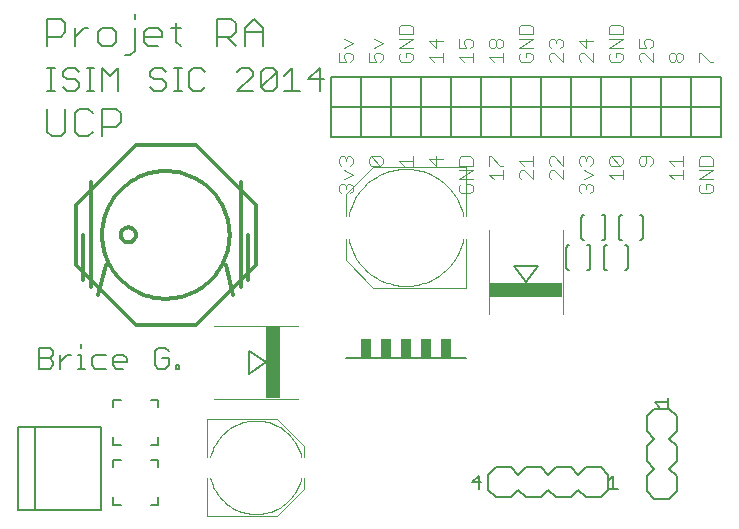
<source format=gto>
G75*
%MOIN*%
%OFA0B0*%
%FSLAX24Y24*%
%IPPOS*%
%LPD*%
%AMOC8*
5,1,8,0,0,1.08239X$1,22.5*
%
%ADD10C,0.0080*%
%ADD11C,0.0070*%
%ADD12C,0.0060*%
%ADD13C,0.0050*%
%ADD14R,0.0380X0.0660*%
%ADD15C,0.0040*%
%ADD16R,0.2441X0.0492*%
%ADD17C,0.0120*%
%ADD18R,0.0492X0.2441*%
D10*
X008466Y005786D02*
X008466Y006574D01*
X009007Y006180D01*
X008466Y005786D01*
X011674Y006314D02*
X015686Y006314D01*
X017680Y008853D02*
X018074Y009394D01*
X017286Y009394D01*
X017680Y008853D01*
X019030Y009355D02*
X019030Y010005D01*
X019032Y010022D01*
X019036Y010039D01*
X019043Y010055D01*
X019053Y010069D01*
X019066Y010082D01*
X019080Y010092D01*
X019096Y010099D01*
X019113Y010103D01*
X019130Y010105D01*
X019530Y010355D02*
X019530Y011005D01*
X019532Y011022D01*
X019536Y011039D01*
X019543Y011055D01*
X019553Y011069D01*
X019566Y011082D01*
X019580Y011092D01*
X019596Y011099D01*
X019613Y011103D01*
X019630Y011105D01*
X020230Y011105D02*
X020247Y011103D01*
X020264Y011099D01*
X020280Y011092D01*
X020294Y011082D01*
X020307Y011069D01*
X020317Y011055D01*
X020324Y011039D01*
X020328Y011022D01*
X020330Y011005D01*
X020330Y010355D01*
X020328Y010338D01*
X020324Y010321D01*
X020317Y010305D01*
X020307Y010291D01*
X020294Y010278D01*
X020280Y010268D01*
X020264Y010261D01*
X020247Y010257D01*
X020230Y010255D01*
X020280Y010005D02*
X020280Y009355D01*
X020282Y009338D01*
X020286Y009321D01*
X020293Y009305D01*
X020303Y009291D01*
X020316Y009278D01*
X020330Y009268D01*
X020346Y009261D01*
X020363Y009257D01*
X020380Y009255D01*
X019830Y009355D02*
X019830Y010005D01*
X019828Y010022D01*
X019824Y010039D01*
X019817Y010055D01*
X019807Y010069D01*
X019794Y010082D01*
X019780Y010092D01*
X019764Y010099D01*
X019747Y010103D01*
X019730Y010105D01*
X019630Y010255D02*
X019613Y010257D01*
X019596Y010261D01*
X019580Y010268D01*
X019566Y010278D01*
X019553Y010291D01*
X019543Y010305D01*
X019536Y010321D01*
X019532Y010338D01*
X019530Y010355D01*
X020280Y010005D02*
X020282Y010022D01*
X020286Y010039D01*
X020293Y010055D01*
X020303Y010069D01*
X020316Y010082D01*
X020330Y010092D01*
X020346Y010099D01*
X020363Y010103D01*
X020380Y010105D01*
X020780Y010355D02*
X020780Y011005D01*
X020782Y011022D01*
X020786Y011039D01*
X020793Y011055D01*
X020803Y011069D01*
X020816Y011082D01*
X020830Y011092D01*
X020846Y011099D01*
X020863Y011103D01*
X020880Y011105D01*
X021480Y011105D02*
X021497Y011103D01*
X021514Y011099D01*
X021530Y011092D01*
X021544Y011082D01*
X021557Y011069D01*
X021567Y011055D01*
X021574Y011039D01*
X021578Y011022D01*
X021580Y011005D01*
X021580Y010355D01*
X021578Y010338D01*
X021574Y010321D01*
X021567Y010305D01*
X021557Y010291D01*
X021544Y010278D01*
X021530Y010268D01*
X021514Y010261D01*
X021497Y010257D01*
X021480Y010255D01*
X021080Y010005D02*
X021080Y009355D01*
X021078Y009338D01*
X021074Y009321D01*
X021067Y009305D01*
X021057Y009291D01*
X021044Y009278D01*
X021030Y009268D01*
X021014Y009261D01*
X020997Y009257D01*
X020980Y009255D01*
X021080Y010005D02*
X021078Y010022D01*
X021074Y010039D01*
X021067Y010055D01*
X021057Y010069D01*
X021044Y010082D01*
X021030Y010092D01*
X021014Y010099D01*
X020997Y010103D01*
X020980Y010105D01*
X020880Y010255D02*
X020863Y010257D01*
X020846Y010261D01*
X020830Y010268D01*
X020816Y010278D01*
X020803Y010291D01*
X020793Y010305D01*
X020786Y010321D01*
X020782Y010338D01*
X020780Y010355D01*
X019830Y009355D02*
X019828Y009338D01*
X019824Y009321D01*
X019817Y009305D01*
X019807Y009291D01*
X019794Y009278D01*
X019780Y009268D01*
X019764Y009261D01*
X019747Y009257D01*
X019730Y009255D01*
X019130Y009255D02*
X019113Y009257D01*
X019096Y009261D01*
X019080Y009268D01*
X019066Y009278D01*
X019053Y009291D01*
X019043Y009305D01*
X019036Y009321D01*
X019032Y009338D01*
X019030Y009355D01*
X008933Y016720D02*
X008933Y017334D01*
X008626Y017641D01*
X008319Y017334D01*
X008319Y016720D01*
X008012Y016720D02*
X007705Y017027D01*
X007859Y017027D02*
X007398Y017027D01*
X007398Y016720D02*
X007398Y017641D01*
X007859Y017641D01*
X008012Y017487D01*
X008012Y017180D01*
X007859Y017027D01*
X008319Y017180D02*
X008933Y017180D01*
X006170Y017334D02*
X005864Y017334D01*
X006017Y017487D02*
X006017Y016873D01*
X006170Y016720D01*
X005557Y017027D02*
X004943Y017027D01*
X004943Y017180D02*
X004943Y016873D01*
X005096Y016720D01*
X005403Y016720D01*
X005557Y017027D02*
X005557Y017180D01*
X005403Y017334D01*
X005096Y017334D01*
X004943Y017180D01*
X004636Y017334D02*
X004636Y016567D01*
X004482Y016413D01*
X004329Y016413D01*
X004022Y016873D02*
X004022Y017180D01*
X003869Y017334D01*
X003562Y017334D01*
X003408Y017180D01*
X003408Y016873D01*
X003562Y016720D01*
X003869Y016720D01*
X004022Y016873D01*
X004636Y017641D02*
X004636Y017794D01*
X003101Y017334D02*
X002948Y017334D01*
X002641Y017027D01*
X002641Y016720D02*
X002641Y017334D01*
X002334Y017487D02*
X002334Y017180D01*
X002180Y017027D01*
X001720Y017027D01*
X001720Y016720D02*
X001720Y017641D01*
X002180Y017641D01*
X002334Y017487D01*
X002334Y014641D02*
X002334Y013873D01*
X002180Y013720D01*
X001873Y013720D01*
X001720Y013873D01*
X001720Y014641D01*
X002641Y014487D02*
X002641Y013873D01*
X002794Y013720D01*
X003101Y013720D01*
X003255Y013873D01*
X003562Y013720D02*
X003562Y014641D01*
X004022Y014641D01*
X004175Y014487D01*
X004175Y014180D01*
X004022Y014027D01*
X003562Y014027D01*
X003255Y014487D02*
X003101Y014641D01*
X002794Y014641D01*
X002641Y014487D01*
D11*
X002638Y015215D02*
X002375Y015215D01*
X002243Y015347D01*
X002375Y015610D02*
X002638Y015610D01*
X002770Y015479D01*
X002770Y015347D01*
X002638Y015215D01*
X003035Y015215D02*
X003298Y015215D01*
X003167Y015215D02*
X003167Y016006D01*
X003298Y016006D02*
X003035Y016006D01*
X002770Y015874D02*
X002638Y016006D01*
X002375Y016006D01*
X002243Y015874D01*
X002243Y015742D01*
X002375Y015610D01*
X001979Y015215D02*
X001715Y015215D01*
X001847Y015215D02*
X001847Y016006D01*
X001715Y016006D02*
X001979Y016006D01*
X003563Y016006D02*
X003563Y015215D01*
X004090Y015215D02*
X004090Y016006D01*
X003826Y015742D01*
X003563Y016006D01*
X005146Y015874D02*
X005146Y015742D01*
X005278Y015610D01*
X005542Y015610D01*
X005674Y015479D01*
X005674Y015347D01*
X005542Y015215D01*
X005278Y015215D01*
X005146Y015347D01*
X005146Y015874D02*
X005278Y016006D01*
X005542Y016006D01*
X005674Y015874D01*
X005938Y016006D02*
X006202Y016006D01*
X006070Y016006D02*
X006070Y015215D01*
X005938Y015215D02*
X006202Y015215D01*
X006466Y015347D02*
X006598Y015215D01*
X006862Y015215D01*
X006993Y015347D01*
X006466Y015347D02*
X006466Y015874D01*
X006598Y016006D01*
X006862Y016006D01*
X006993Y015874D01*
X008050Y015874D02*
X008182Y016006D01*
X008445Y016006D01*
X008577Y015874D01*
X008577Y015742D01*
X008050Y015215D01*
X008577Y015215D01*
X008842Y015347D02*
X009369Y015874D01*
X009369Y015347D01*
X009237Y015215D01*
X008974Y015215D01*
X008842Y015347D01*
X008842Y015874D01*
X008974Y016006D01*
X009237Y016006D01*
X009369Y015874D01*
X009634Y015742D02*
X009897Y016006D01*
X009897Y015215D01*
X009634Y015215D02*
X010161Y015215D01*
X010426Y015610D02*
X010953Y015610D01*
X010821Y015215D02*
X010821Y016006D01*
X010426Y015610D01*
D12*
X005659Y006661D02*
X005426Y006661D01*
X005309Y006544D01*
X005309Y006077D01*
X005426Y005960D01*
X005659Y005960D01*
X005776Y006077D01*
X005776Y006310D01*
X005542Y006310D01*
X005776Y006544D02*
X005659Y006661D01*
X006009Y006077D02*
X006125Y006077D01*
X006125Y005960D01*
X006009Y005960D01*
X006009Y006077D01*
X005430Y004930D02*
X005180Y004930D01*
X005430Y004930D02*
X005430Y004680D01*
X005430Y003680D02*
X005430Y003430D01*
X005180Y003430D01*
X005180Y002930D02*
X005430Y002930D01*
X005430Y002680D01*
X004180Y002930D02*
X003930Y002930D01*
X003930Y002680D01*
X003930Y003430D02*
X003930Y003680D01*
X003930Y003430D02*
X004180Y003430D01*
X003930Y004680D02*
X003930Y004930D01*
X004180Y004930D01*
X004260Y005960D02*
X004026Y005960D01*
X003909Y006077D01*
X003909Y006310D01*
X004026Y006427D01*
X004260Y006427D01*
X004376Y006310D01*
X004376Y006194D01*
X003909Y006194D01*
X003677Y005960D02*
X003326Y005960D01*
X003209Y006077D01*
X003209Y006310D01*
X003326Y006427D01*
X003677Y006427D01*
X002860Y006427D02*
X002860Y005960D01*
X002976Y005960D02*
X002743Y005960D01*
X002743Y006427D02*
X002860Y006427D01*
X002860Y006661D02*
X002860Y006777D01*
X002510Y006427D02*
X002393Y006427D01*
X002160Y006194D01*
X001927Y006194D02*
X001810Y006310D01*
X001460Y006310D01*
X001460Y005960D02*
X001810Y005960D01*
X001927Y006077D01*
X001927Y006194D01*
X001810Y006310D02*
X001927Y006427D01*
X001927Y006544D01*
X001810Y006661D01*
X001460Y006661D01*
X001460Y005960D01*
X002160Y005960D02*
X002160Y006427D01*
X003930Y001680D02*
X003930Y001430D01*
X004180Y001430D01*
X005180Y001430D02*
X005430Y001430D01*
X005430Y001680D01*
X016430Y001930D02*
X016430Y002430D01*
X016680Y002680D01*
X017180Y002680D01*
X017430Y002430D01*
X017680Y002680D01*
X018180Y002680D01*
X018430Y002430D01*
X018680Y002680D01*
X019180Y002680D01*
X019430Y002430D01*
X019680Y002680D01*
X020180Y002680D01*
X020430Y002430D01*
X020430Y001930D01*
X020180Y001680D01*
X019680Y001680D01*
X019430Y001930D01*
X019180Y001680D01*
X018680Y001680D01*
X018430Y001930D01*
X018180Y001680D01*
X017680Y001680D01*
X017430Y001930D01*
X017180Y001680D01*
X016680Y001680D01*
X016430Y001930D01*
X021704Y001891D02*
X021704Y002391D01*
X021954Y002641D01*
X021704Y002891D01*
X021704Y003391D01*
X021954Y003641D01*
X021704Y003891D01*
X021704Y004391D01*
X021954Y004641D01*
X022454Y004641D01*
X022704Y004391D01*
X022704Y003891D01*
X022454Y003641D01*
X022704Y003391D01*
X022704Y002891D01*
X022454Y002641D01*
X022704Y002391D01*
X022704Y001891D01*
X022454Y001641D01*
X021954Y001641D01*
X021704Y001891D01*
D13*
X001314Y001263D02*
X000763Y001263D01*
X000763Y004019D01*
X001314Y004019D01*
X001314Y001263D01*
X003519Y001263D01*
X003519Y004019D01*
X001314Y004019D01*
X011180Y013680D02*
X011180Y014680D01*
X024180Y014680D01*
X024180Y013680D01*
X023180Y013680D01*
X023180Y015680D01*
X022180Y015680D01*
X022180Y013680D01*
X021180Y013680D01*
X021180Y015680D01*
X020180Y015680D01*
X020180Y013680D01*
X019180Y013680D01*
X019180Y015680D01*
X018180Y015680D01*
X018180Y013680D01*
X017180Y013680D01*
X017180Y015680D01*
X016180Y015680D01*
X016180Y013680D01*
X015180Y013680D01*
X015180Y015680D01*
X014180Y015680D01*
X014180Y013680D01*
X013180Y013680D01*
X013180Y015680D01*
X012180Y015680D01*
X012180Y013680D01*
X011180Y013680D01*
X012180Y013680D02*
X013180Y013680D01*
X014180Y013680D02*
X015180Y013680D01*
X016180Y013680D02*
X017180Y013680D01*
X018180Y013680D02*
X019180Y013680D01*
X020180Y013680D02*
X021180Y013680D01*
X022180Y013680D02*
X023180Y013680D01*
X024180Y014680D02*
X024180Y015680D01*
X023180Y015680D01*
X022180Y015680D02*
X021180Y015680D01*
X020180Y015680D02*
X019180Y015680D01*
X018180Y015680D02*
X017180Y015680D01*
X016180Y015680D02*
X015180Y015680D01*
X014180Y015680D02*
X013180Y015680D01*
X012180Y015680D02*
X011180Y015680D01*
X011180Y014680D01*
X022429Y005005D02*
X022429Y004705D01*
X022429Y004855D02*
X021978Y004855D01*
X022128Y004705D01*
X020595Y002405D02*
X020595Y001955D01*
X020445Y001955D02*
X020745Y001955D01*
X020445Y002255D02*
X020595Y002405D01*
X016195Y002180D02*
X015895Y002180D01*
X016120Y002405D01*
X016120Y001955D01*
D14*
X015020Y006610D03*
X014350Y006610D03*
X013680Y006610D03*
X013010Y006610D03*
X012340Y006610D03*
D15*
X010082Y007402D02*
X007278Y007402D01*
X007278Y004958D02*
X010082Y004958D01*
X009389Y004294D02*
X010294Y003389D01*
X010294Y003034D01*
X010294Y002326D02*
X010294Y001971D01*
X009389Y001066D01*
X007066Y001066D01*
X007066Y002326D01*
X007066Y003034D02*
X007066Y004294D01*
X009389Y004294D01*
X010196Y003034D02*
X010176Y003111D01*
X010153Y003186D01*
X010125Y003260D01*
X010094Y003332D01*
X010059Y003403D01*
X010021Y003472D01*
X009979Y003538D01*
X009934Y003603D01*
X009886Y003665D01*
X009834Y003725D01*
X009780Y003782D01*
X009723Y003836D01*
X009663Y003888D01*
X009601Y003936D01*
X009536Y003981D01*
X009469Y004022D01*
X009400Y004060D01*
X009329Y004095D01*
X009257Y004126D01*
X009183Y004154D01*
X009108Y004177D01*
X009032Y004197D01*
X008954Y004213D01*
X008876Y004225D01*
X008798Y004233D01*
X008719Y004237D01*
X008641Y004237D01*
X008562Y004233D01*
X008484Y004225D01*
X008406Y004213D01*
X008328Y004197D01*
X008252Y004177D01*
X008177Y004154D01*
X008103Y004126D01*
X008031Y004095D01*
X007960Y004060D01*
X007891Y004022D01*
X007824Y003981D01*
X007759Y003936D01*
X007697Y003888D01*
X007637Y003836D01*
X007580Y003782D01*
X007526Y003725D01*
X007474Y003665D01*
X007426Y003603D01*
X007381Y003538D01*
X007339Y003472D01*
X007301Y003403D01*
X007266Y003332D01*
X007235Y003260D01*
X007207Y003186D01*
X007184Y003111D01*
X007164Y003034D01*
X007164Y002326D02*
X007184Y002249D01*
X007207Y002174D01*
X007235Y002100D01*
X007266Y002028D01*
X007301Y001957D01*
X007339Y001888D01*
X007381Y001822D01*
X007426Y001757D01*
X007474Y001695D01*
X007526Y001635D01*
X007580Y001578D01*
X007637Y001524D01*
X007697Y001472D01*
X007759Y001424D01*
X007824Y001379D01*
X007891Y001338D01*
X007960Y001300D01*
X008031Y001265D01*
X008103Y001234D01*
X008177Y001206D01*
X008252Y001183D01*
X008328Y001163D01*
X008406Y001147D01*
X008484Y001135D01*
X008562Y001127D01*
X008641Y001123D01*
X008719Y001123D01*
X008798Y001127D01*
X008876Y001135D01*
X008954Y001147D01*
X009032Y001163D01*
X009108Y001183D01*
X009183Y001206D01*
X009257Y001234D01*
X009329Y001265D01*
X009400Y001300D01*
X009469Y001338D01*
X009536Y001379D01*
X009601Y001424D01*
X009663Y001472D01*
X009723Y001524D01*
X009780Y001578D01*
X009834Y001635D01*
X009886Y001695D01*
X009934Y001757D01*
X009979Y001822D01*
X010021Y001888D01*
X010059Y001957D01*
X010094Y002028D01*
X010125Y002100D01*
X010153Y002174D01*
X010176Y002249D01*
X010196Y002326D01*
X016458Y007778D02*
X016458Y010582D01*
X015688Y010286D02*
X015688Y008672D01*
X012578Y008672D01*
X011672Y009578D01*
X011672Y010286D01*
X011672Y011074D02*
X011672Y011782D01*
X012578Y012688D01*
X015688Y012688D01*
X015688Y011074D01*
X015833Y011819D02*
X015526Y011819D01*
X015450Y011896D01*
X015450Y012049D01*
X015526Y012126D01*
X015680Y012126D02*
X015680Y011972D01*
X015680Y012126D02*
X015833Y012126D01*
X015910Y012049D01*
X015910Y011896D01*
X015833Y011819D01*
X015910Y012279D02*
X015450Y012279D01*
X015910Y012586D01*
X015450Y012586D01*
X015450Y012740D02*
X015450Y012970D01*
X015526Y013047D01*
X015833Y013047D01*
X015910Y012970D01*
X015910Y012740D01*
X015450Y012740D01*
X014910Y012970D02*
X014450Y012970D01*
X014680Y012740D01*
X014680Y013047D01*
X013910Y013047D02*
X013910Y012740D01*
X013910Y012893D02*
X013450Y012893D01*
X013603Y012740D01*
X012910Y012816D02*
X012833Y012740D01*
X012526Y013047D01*
X012833Y013047D01*
X012910Y012970D01*
X012910Y012816D01*
X012833Y012740D02*
X012526Y012740D01*
X012450Y012816D01*
X012450Y012970D01*
X012526Y013047D01*
X011910Y012970D02*
X011910Y012816D01*
X011833Y012740D01*
X011680Y012893D02*
X011680Y012970D01*
X011757Y013047D01*
X011833Y013047D01*
X011910Y012970D01*
X011680Y012970D02*
X011603Y013047D01*
X011526Y013047D01*
X011450Y012970D01*
X011450Y012816D01*
X011526Y012740D01*
X011603Y012586D02*
X011910Y012433D01*
X011603Y012279D01*
X011603Y012126D02*
X011680Y012049D01*
X011757Y012126D01*
X011833Y012126D01*
X011910Y012049D01*
X011910Y011896D01*
X011833Y011819D01*
X011680Y011972D02*
X011680Y012049D01*
X011603Y012126D02*
X011526Y012126D01*
X011450Y012049D01*
X011450Y011896D01*
X011526Y011819D01*
X011770Y010286D02*
X011790Y010201D01*
X011813Y010117D01*
X011840Y010034D01*
X011871Y009952D01*
X011905Y009872D01*
X011944Y009793D01*
X011985Y009716D01*
X012030Y009641D01*
X012078Y009568D01*
X012130Y009497D01*
X012184Y009429D01*
X012242Y009363D01*
X012302Y009300D01*
X012365Y009240D01*
X012431Y009182D01*
X012500Y009128D01*
X012570Y009076D01*
X012643Y009028D01*
X012719Y008984D01*
X012796Y008942D01*
X012874Y008904D01*
X012955Y008870D01*
X013037Y008839D01*
X013120Y008812D01*
X013204Y008789D01*
X013289Y008770D01*
X013375Y008754D01*
X013462Y008742D01*
X013549Y008734D01*
X013636Y008730D01*
X013724Y008730D01*
X013811Y008734D01*
X013898Y008742D01*
X013985Y008754D01*
X014071Y008770D01*
X014156Y008789D01*
X014240Y008812D01*
X014323Y008839D01*
X014405Y008870D01*
X014486Y008904D01*
X014564Y008942D01*
X014641Y008984D01*
X014717Y009028D01*
X014790Y009076D01*
X014860Y009128D01*
X014929Y009182D01*
X014995Y009240D01*
X015058Y009300D01*
X015118Y009363D01*
X015176Y009429D01*
X015230Y009497D01*
X015282Y009568D01*
X015330Y009641D01*
X015375Y009716D01*
X015416Y009793D01*
X015455Y009872D01*
X015489Y009952D01*
X015520Y010034D01*
X015547Y010117D01*
X015570Y010201D01*
X015590Y010286D01*
X015590Y011074D02*
X015570Y011159D01*
X015547Y011243D01*
X015520Y011326D01*
X015489Y011408D01*
X015455Y011488D01*
X015416Y011567D01*
X015375Y011644D01*
X015330Y011719D01*
X015282Y011792D01*
X015230Y011863D01*
X015176Y011931D01*
X015118Y011997D01*
X015058Y012060D01*
X014995Y012120D01*
X014929Y012178D01*
X014860Y012232D01*
X014790Y012284D01*
X014717Y012332D01*
X014641Y012376D01*
X014564Y012418D01*
X014486Y012456D01*
X014405Y012490D01*
X014323Y012521D01*
X014240Y012548D01*
X014156Y012571D01*
X014071Y012590D01*
X013985Y012606D01*
X013898Y012618D01*
X013811Y012626D01*
X013724Y012630D01*
X013636Y012630D01*
X013549Y012626D01*
X013462Y012618D01*
X013375Y012606D01*
X013289Y012590D01*
X013204Y012571D01*
X013120Y012548D01*
X013037Y012521D01*
X012955Y012490D01*
X012874Y012456D01*
X012796Y012418D01*
X012719Y012376D01*
X012643Y012332D01*
X012570Y012284D01*
X012500Y012232D01*
X012431Y012178D01*
X012365Y012120D01*
X012302Y012060D01*
X012242Y011997D01*
X012184Y011931D01*
X012130Y011863D01*
X012078Y011792D01*
X012030Y011719D01*
X011985Y011644D01*
X011944Y011567D01*
X011905Y011488D01*
X011871Y011408D01*
X011840Y011326D01*
X011813Y011243D01*
X011790Y011159D01*
X011770Y011074D01*
X016450Y012433D02*
X016910Y012433D01*
X016910Y012586D02*
X016910Y012279D01*
X016603Y012279D02*
X016450Y012433D01*
X016450Y012740D02*
X016450Y013047D01*
X016526Y013047D01*
X016833Y012740D01*
X016910Y012740D01*
X017450Y012893D02*
X017603Y012740D01*
X017603Y012586D02*
X017526Y012586D01*
X017450Y012509D01*
X017450Y012356D01*
X017526Y012279D01*
X017603Y012586D02*
X017910Y012279D01*
X017910Y012586D01*
X017910Y012740D02*
X017910Y013047D01*
X017910Y012893D02*
X017450Y012893D01*
X018450Y012816D02*
X018526Y012740D01*
X018450Y012816D02*
X018450Y012970D01*
X018526Y013047D01*
X018603Y013047D01*
X018910Y012740D01*
X018910Y013047D01*
X019450Y012970D02*
X019450Y012816D01*
X019526Y012740D01*
X019603Y012586D02*
X019910Y012433D01*
X019603Y012279D01*
X019603Y012126D02*
X019680Y012049D01*
X019757Y012126D01*
X019833Y012126D01*
X019910Y012049D01*
X019910Y011896D01*
X019833Y011819D01*
X019680Y011972D02*
X019680Y012049D01*
X019603Y012126D02*
X019526Y012126D01*
X019450Y012049D01*
X019450Y011896D01*
X019526Y011819D01*
X018910Y012279D02*
X018603Y012586D01*
X018526Y012586D01*
X018450Y012509D01*
X018450Y012356D01*
X018526Y012279D01*
X018910Y012279D02*
X018910Y012586D01*
X019450Y012970D02*
X019526Y013047D01*
X019603Y013047D01*
X019680Y012970D01*
X019757Y013047D01*
X019833Y013047D01*
X019910Y012970D01*
X019910Y012816D01*
X019833Y012740D01*
X019680Y012893D02*
X019680Y012970D01*
X020450Y012970D02*
X020450Y012816D01*
X020526Y012740D01*
X020833Y012740D01*
X020526Y013047D01*
X020833Y013047D01*
X020910Y012970D01*
X020910Y012816D01*
X020833Y012740D01*
X020910Y012586D02*
X020910Y012279D01*
X020910Y012433D02*
X020450Y012433D01*
X020603Y012279D01*
X020450Y012970D02*
X020526Y013047D01*
X021450Y012970D02*
X021450Y012816D01*
X021526Y012740D01*
X021603Y012740D01*
X021680Y012816D01*
X021680Y013047D01*
X021833Y013047D02*
X021526Y013047D01*
X021450Y012970D01*
X021833Y013047D02*
X021910Y012970D01*
X021910Y012816D01*
X021833Y012740D01*
X022450Y012893D02*
X022603Y012740D01*
X022450Y012893D02*
X022910Y012893D01*
X022910Y012740D02*
X022910Y013047D01*
X023450Y012970D02*
X023450Y012740D01*
X023910Y012740D01*
X023910Y012970D01*
X023833Y013047D01*
X023526Y013047D01*
X023450Y012970D01*
X023450Y012586D02*
X023910Y012586D01*
X023450Y012279D01*
X023910Y012279D01*
X023833Y012126D02*
X023680Y012126D01*
X023680Y011972D01*
X023833Y011819D02*
X023526Y011819D01*
X023450Y011896D01*
X023450Y012049D01*
X023526Y012126D01*
X023833Y012126D02*
X023910Y012049D01*
X023910Y011896D01*
X023833Y011819D01*
X022910Y012279D02*
X022910Y012586D01*
X022910Y012433D02*
X022450Y012433D01*
X022603Y012279D01*
X018902Y010582D02*
X018902Y007778D01*
X018910Y016200D02*
X018603Y016507D01*
X018526Y016507D01*
X018450Y016430D01*
X018450Y016277D01*
X018526Y016200D01*
X018910Y016200D02*
X018910Y016507D01*
X018833Y016660D02*
X018910Y016737D01*
X018910Y016891D01*
X018833Y016967D01*
X018757Y016967D01*
X018680Y016891D01*
X018680Y016814D01*
X018680Y016891D02*
X018603Y016967D01*
X018526Y016967D01*
X018450Y016891D01*
X018450Y016737D01*
X018526Y016660D01*
X017910Y016660D02*
X017450Y016660D01*
X017910Y016967D01*
X017450Y016967D01*
X017450Y017121D02*
X017450Y017351D01*
X017526Y017428D01*
X017833Y017428D01*
X017910Y017351D01*
X017910Y017121D01*
X017450Y017121D01*
X016910Y016891D02*
X016910Y016737D01*
X016833Y016660D01*
X016757Y016660D01*
X016680Y016737D01*
X016680Y016891D01*
X016757Y016967D01*
X016833Y016967D01*
X016910Y016891D01*
X016680Y016891D02*
X016603Y016967D01*
X016526Y016967D01*
X016450Y016891D01*
X016450Y016737D01*
X016526Y016660D01*
X016603Y016660D01*
X016680Y016737D01*
X016910Y016507D02*
X016910Y016200D01*
X016910Y016353D02*
X016450Y016353D01*
X016603Y016200D01*
X015910Y016200D02*
X015910Y016507D01*
X015910Y016353D02*
X015450Y016353D01*
X015603Y016200D01*
X015680Y016660D02*
X015450Y016660D01*
X015450Y016967D01*
X015603Y016891D02*
X015680Y016967D01*
X015833Y016967D01*
X015910Y016891D01*
X015910Y016737D01*
X015833Y016660D01*
X015680Y016660D02*
X015603Y016814D01*
X015603Y016891D01*
X014910Y016891D02*
X014450Y016891D01*
X014680Y016660D01*
X014680Y016967D01*
X014910Y016507D02*
X014910Y016200D01*
X014910Y016353D02*
X014450Y016353D01*
X014603Y016200D01*
X013910Y016277D02*
X013833Y016200D01*
X013526Y016200D01*
X013450Y016277D01*
X013450Y016430D01*
X013526Y016507D01*
X013680Y016507D02*
X013680Y016353D01*
X013680Y016507D02*
X013833Y016507D01*
X013910Y016430D01*
X013910Y016277D01*
X013910Y016660D02*
X013450Y016660D01*
X013910Y016967D01*
X013450Y016967D01*
X013450Y017121D02*
X013450Y017351D01*
X013526Y017428D01*
X013833Y017428D01*
X013910Y017351D01*
X013910Y017121D01*
X013450Y017121D01*
X012910Y016814D02*
X012603Y016967D01*
X012603Y016660D02*
X012910Y016814D01*
X012833Y016507D02*
X012910Y016430D01*
X012910Y016277D01*
X012833Y016200D01*
X012680Y016200D02*
X012603Y016353D01*
X012603Y016430D01*
X012680Y016507D01*
X012833Y016507D01*
X012450Y016507D02*
X012450Y016200D01*
X012680Y016200D01*
X011910Y016277D02*
X011833Y016200D01*
X011910Y016277D02*
X011910Y016430D01*
X011833Y016507D01*
X011680Y016507D01*
X011603Y016430D01*
X011603Y016353D01*
X011680Y016200D01*
X011450Y016200D01*
X011450Y016507D01*
X011603Y016660D02*
X011910Y016814D01*
X011603Y016967D01*
X017450Y016430D02*
X017450Y016277D01*
X017526Y016200D01*
X017833Y016200D01*
X017910Y016277D01*
X017910Y016430D01*
X017833Y016507D01*
X017680Y016507D01*
X017680Y016353D01*
X017526Y016507D02*
X017450Y016430D01*
X019450Y016430D02*
X019450Y016277D01*
X019526Y016200D01*
X019450Y016430D02*
X019526Y016507D01*
X019603Y016507D01*
X019910Y016200D01*
X019910Y016507D01*
X019680Y016660D02*
X019680Y016967D01*
X019910Y016891D02*
X019450Y016891D01*
X019680Y016660D01*
X020450Y016660D02*
X020910Y016967D01*
X020450Y016967D01*
X020450Y017121D02*
X020450Y017351D01*
X020526Y017428D01*
X020833Y017428D01*
X020910Y017351D01*
X020910Y017121D01*
X020450Y017121D01*
X020450Y016660D02*
X020910Y016660D01*
X020833Y016507D02*
X020680Y016507D01*
X020680Y016353D01*
X020833Y016200D02*
X020526Y016200D01*
X020450Y016277D01*
X020450Y016430D01*
X020526Y016507D01*
X020833Y016507D02*
X020910Y016430D01*
X020910Y016277D01*
X020833Y016200D01*
X021450Y016277D02*
X021526Y016200D01*
X021450Y016277D02*
X021450Y016430D01*
X021526Y016507D01*
X021603Y016507D01*
X021910Y016200D01*
X021910Y016507D01*
X021833Y016660D02*
X021910Y016737D01*
X021910Y016891D01*
X021833Y016967D01*
X021680Y016967D01*
X021603Y016891D01*
X021603Y016814D01*
X021680Y016660D01*
X021450Y016660D01*
X021450Y016967D01*
X022450Y016430D02*
X022450Y016277D01*
X022526Y016200D01*
X022603Y016200D01*
X022680Y016277D01*
X022680Y016430D01*
X022757Y016507D01*
X022833Y016507D01*
X022910Y016430D01*
X022910Y016277D01*
X022833Y016200D01*
X022757Y016200D01*
X022680Y016277D01*
X022680Y016430D02*
X022603Y016507D01*
X022526Y016507D01*
X022450Y016430D01*
X023450Y016507D02*
X023450Y016200D01*
X023526Y016507D02*
X023833Y016200D01*
X023910Y016200D01*
X023526Y016507D02*
X023450Y016507D01*
D16*
X017680Y008599D03*
D17*
X008680Y009430D02*
X006680Y007430D01*
X004680Y007430D01*
X002680Y009430D01*
X002680Y011430D01*
X004680Y013430D01*
X006680Y013430D01*
X008680Y011430D01*
X008680Y009430D01*
X008430Y008930D02*
X008430Y010430D01*
X007680Y009430D02*
X007930Y008430D01*
X008180Y008680D02*
X008180Y012180D01*
X003555Y010430D02*
X003557Y010522D01*
X003563Y010614D01*
X003573Y010705D01*
X003587Y010796D01*
X003605Y010887D01*
X003626Y010976D01*
X003652Y011065D01*
X003681Y011152D01*
X003715Y011238D01*
X003751Y011322D01*
X003792Y011405D01*
X003836Y011486D01*
X003883Y011565D01*
X003934Y011642D01*
X003988Y011716D01*
X004046Y011788D01*
X004106Y011858D01*
X004169Y011924D01*
X004235Y011988D01*
X004304Y012050D01*
X004376Y012108D01*
X004450Y012163D01*
X004526Y012214D01*
X004604Y012263D01*
X004685Y012307D01*
X004767Y012349D01*
X004851Y012387D01*
X004936Y012421D01*
X005023Y012451D01*
X005112Y012478D01*
X005201Y012500D01*
X005291Y012519D01*
X005382Y012534D01*
X005473Y012545D01*
X005565Y012552D01*
X005657Y012555D01*
X005749Y012554D01*
X005841Y012549D01*
X005933Y012540D01*
X006024Y012527D01*
X006114Y012510D01*
X006204Y012489D01*
X006293Y012465D01*
X006380Y012436D01*
X006467Y012404D01*
X006551Y012368D01*
X006634Y012329D01*
X006716Y012285D01*
X006795Y012239D01*
X006873Y012189D01*
X006948Y012136D01*
X007020Y012079D01*
X007090Y012019D01*
X007158Y011957D01*
X007223Y011891D01*
X007285Y011823D01*
X007343Y011752D01*
X007399Y011679D01*
X007452Y011603D01*
X007501Y011526D01*
X007547Y011446D01*
X007589Y011364D01*
X007627Y011280D01*
X007662Y011195D01*
X007694Y011109D01*
X007721Y011021D01*
X007745Y010932D01*
X007765Y010842D01*
X007781Y010751D01*
X007793Y010660D01*
X007801Y010568D01*
X007805Y010476D01*
X007805Y010384D01*
X007801Y010292D01*
X007793Y010200D01*
X007781Y010109D01*
X007765Y010018D01*
X007745Y009928D01*
X007721Y009839D01*
X007694Y009751D01*
X007662Y009665D01*
X007627Y009580D01*
X007589Y009496D01*
X007547Y009414D01*
X007501Y009334D01*
X007452Y009257D01*
X007399Y009181D01*
X007343Y009108D01*
X007285Y009037D01*
X007223Y008969D01*
X007158Y008903D01*
X007090Y008841D01*
X007020Y008781D01*
X006948Y008724D01*
X006873Y008671D01*
X006795Y008621D01*
X006716Y008575D01*
X006634Y008531D01*
X006551Y008492D01*
X006467Y008456D01*
X006380Y008424D01*
X006293Y008395D01*
X006204Y008371D01*
X006114Y008350D01*
X006024Y008333D01*
X005933Y008320D01*
X005841Y008311D01*
X005749Y008306D01*
X005657Y008305D01*
X005565Y008308D01*
X005473Y008315D01*
X005382Y008326D01*
X005291Y008341D01*
X005201Y008360D01*
X005112Y008382D01*
X005023Y008409D01*
X004936Y008439D01*
X004851Y008473D01*
X004767Y008511D01*
X004685Y008553D01*
X004604Y008597D01*
X004526Y008646D01*
X004450Y008697D01*
X004376Y008752D01*
X004304Y008810D01*
X004235Y008872D01*
X004169Y008936D01*
X004106Y009002D01*
X004046Y009072D01*
X003988Y009144D01*
X003934Y009218D01*
X003883Y009295D01*
X003836Y009374D01*
X003792Y009455D01*
X003751Y009538D01*
X003715Y009622D01*
X003681Y009708D01*
X003652Y009795D01*
X003626Y009884D01*
X003605Y009973D01*
X003587Y010064D01*
X003573Y010155D01*
X003563Y010246D01*
X003557Y010338D01*
X003555Y010430D01*
X002930Y010430D02*
X002930Y008930D01*
X003180Y008680D02*
X003180Y012180D01*
X004180Y010430D02*
X004182Y010461D01*
X004188Y010492D01*
X004198Y010522D01*
X004211Y010550D01*
X004228Y010577D01*
X004248Y010601D01*
X004271Y010623D01*
X004296Y010641D01*
X004324Y010656D01*
X004353Y010668D01*
X004383Y010676D01*
X004414Y010680D01*
X004446Y010680D01*
X004477Y010676D01*
X004507Y010668D01*
X004536Y010656D01*
X004564Y010641D01*
X004589Y010623D01*
X004612Y010601D01*
X004632Y010577D01*
X004649Y010550D01*
X004662Y010522D01*
X004672Y010492D01*
X004678Y010461D01*
X004680Y010430D01*
X004678Y010399D01*
X004672Y010368D01*
X004662Y010338D01*
X004649Y010310D01*
X004632Y010283D01*
X004612Y010259D01*
X004589Y010237D01*
X004564Y010219D01*
X004536Y010204D01*
X004507Y010192D01*
X004477Y010184D01*
X004446Y010180D01*
X004414Y010180D01*
X004383Y010184D01*
X004353Y010192D01*
X004324Y010204D01*
X004296Y010219D01*
X004271Y010237D01*
X004248Y010259D01*
X004228Y010283D01*
X004211Y010310D01*
X004198Y010338D01*
X004188Y010368D01*
X004182Y010399D01*
X004180Y010430D01*
X003680Y009430D02*
X003430Y008430D01*
D18*
X009261Y006180D03*
M02*

</source>
